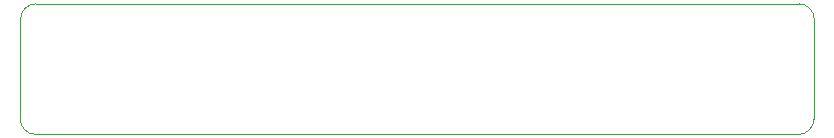
<source format=gbr>
G04 #@! TF.GenerationSoftware,KiCad,Pcbnew,5.1.5-52549c5~84~ubuntu19.04.1*
G04 #@! TF.CreationDate,2020-03-13T02:14:12+03:00*
G04 #@! TF.ProjectId,flex-strip-tester-v3,666c6578-2d73-4747-9269-702d74657374,rev?*
G04 #@! TF.SameCoordinates,Original*
G04 #@! TF.FileFunction,Profile,NP*
%FSLAX46Y46*%
G04 Gerber Fmt 4.6, Leading zero omitted, Abs format (unit mm)*
G04 Created by KiCad (PCBNEW 5.1.5-52549c5~84~ubuntu19.04.1) date 2020-03-13 02:14:12*
%MOMM*%
%LPD*%
G04 APERTURE LIST*
%ADD10C,0.050000*%
G04 APERTURE END LIST*
D10*
X186038754Y-91545674D02*
X186015894Y-99972866D01*
X118824746Y-91545674D02*
X118801886Y-99972866D01*
X118801886Y-99972866D02*
G75*
G03X120116600Y-101287580I1314714J0D01*
G01*
X186015894Y-99972866D02*
G75*
G02X184701180Y-101287580I-1314714J0D01*
G01*
X184701180Y-101287580D02*
X120942100Y-101287580D01*
X120942100Y-101287580D02*
X120116600Y-101287580D01*
X183898540Y-90230960D02*
X184724040Y-90230960D01*
X186038754Y-91545674D02*
G75*
G03X184724040Y-90230960I-1314714J0D01*
G01*
X120139460Y-90230960D02*
X183898540Y-90230960D01*
X118824746Y-91545674D02*
G75*
G02X120139460Y-90230960I1314714J0D01*
G01*
M02*

</source>
